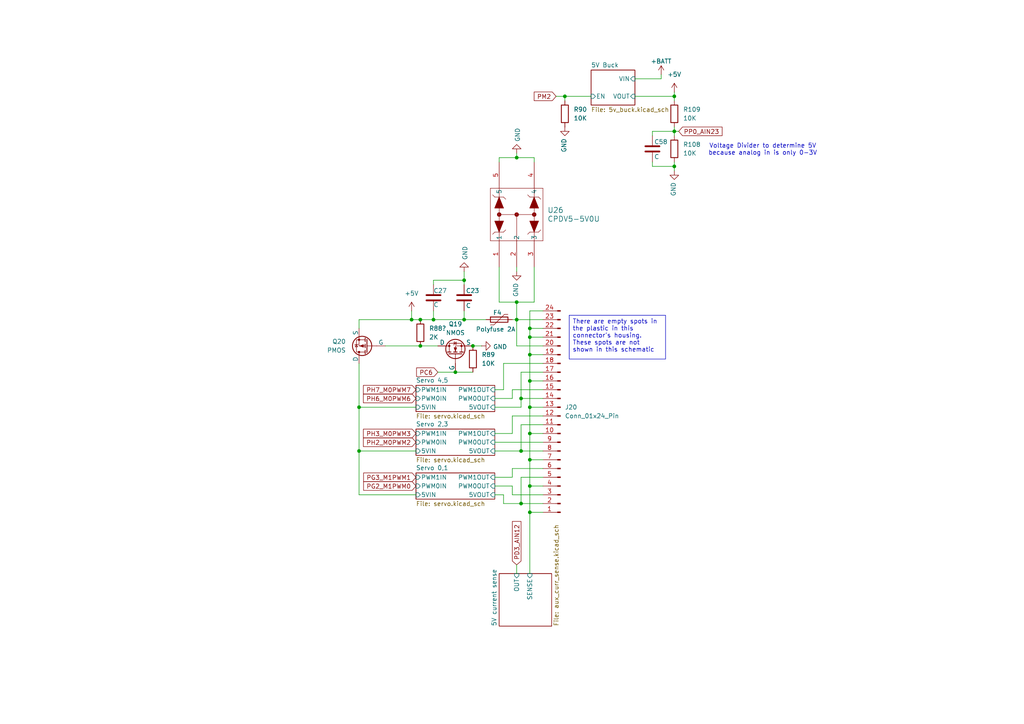
<source format=kicad_sch>
(kicad_sch (version 20250114) (generator "eeschema") (generator_version "9.0")
  (paper "A4")
  (lib_symbols
    (symbol "CPDV5:CPDV5-5V0U" (pin_names (offset 0.254))
      (property "Reference" "CR" (at 16.51 7.62 0))
      (property "Value" "CPDV5-5V0U" (at 20.32 5.08 0))
      (symbol "CPDV5-5V0U_0_1"
        (polyline (pts (xy 7.62 2.54) (xy 7.62 -12.7)) (stroke (width 0.127)))
        (polyline (pts (xy 7.62 0) (xy 22.86 0)) (stroke (width 0.127)))
        (polyline (pts (xy 7.62 -5.08) (xy 15.24 -5.08)) (stroke (width 0.127)))
        (polyline (pts (xy 7.62 -10.16) (xy 22.86 -10.16)) (stroke (width 0.127)))
        (polyline (pts (xy 7.62 -12.7) (xy 22.86 -12.7)) (stroke (width 0.127)))
        (polyline (pts (xy 10.16 1.27) (xy 9.525 1.905)) (stroke (width 0.127)))
        (polyline (pts (xy 10.16 1.27) (xy 10.16 -1.27)) (stroke (width 0.127)))
        (polyline (pts (xy 10.16 0) (xy 13.335 -1.27)) (stroke (width 0.127)))
        (polyline (pts (xy 10.16 0) (xy 13.335 1.27) (xy 13.335 -1.27)) (fill (type outline)))
        (polyline (pts (xy 10.16 -1.27) (xy 10.795 -1.905)) (stroke (width 0.127)))
        (polyline (pts (xy 10.16 -8.89) (xy 9.525 -8.255)) (stroke (width 0.127)))
        (polyline (pts (xy 10.16 -8.89) (xy 10.16 -11.43)) (stroke (width 0.127)))
        (polyline (pts (xy 10.16 -10.16) (xy 13.335 -11.43)) (stroke (width 0.127)))
        (polyline (pts (xy 10.16 -10.16) (xy 13.335 -8.89) (xy 13.335 -11.43)) (fill (type outline)))
        (polyline (pts (xy 10.16 -11.43) (xy 10.795 -12.065)) (stroke (width 0.127)))
        (polyline (pts (xy 13.335 1.27) (xy 10.16 0)) (stroke (width 0.127)))
        (polyline (pts (xy 13.335 1.27) (xy 13.335 -1.27)) (stroke (width 0.127)))
        (polyline (pts (xy 13.335 -8.89) (xy 10.16 -10.16)) (stroke (width 0.127)))
        (polyline (pts (xy 13.335 -8.89) (xy 13.335 -11.43)) (stroke (width 0.127)))
        (polyline (pts (xy 15.24 0) (xy 15.24 -10.16)) (stroke (width 0.127)))
        (circle (center 15.24 0) (radius 0.127) (stroke (width 0.508)))
        (circle (center 15.24 -5.08) (radius 0.127) (stroke (width 0.508)))
        (circle (center 15.24 -10.16) (radius 0.127) (stroke (width 0.508)))
        (polyline (pts (xy 17.145 1.27) (xy 17.145 -1.27)) (stroke (width 0.127)))
        (polyline (pts (xy 17.145 1.27) (xy 20.32 0)) (stroke (width 0.127)))
        (polyline (pts (xy 17.145 -8.89) (xy 17.145 -11.43)) (stroke (width 0.127)))
        (polyline (pts (xy 17.145 -8.89) (xy 20.32 -10.16)) (stroke (width 0.127)))
        (polyline (pts (xy 20.32 1.27) (xy 20.32 -1.27)) (stroke (width 0.127)))
        (polyline (pts (xy 20.32 1.27) (xy 20.955 1.905)) (stroke (width 0.127)))
        (polyline (pts (xy 20.32 0) (xy 17.145 -1.27)) (stroke (width 0.127)))
        (polyline (pts (xy 20.32 0) (xy 17.145 1.27) (xy 17.145 -1.27)) (fill (type outline)))
        (polyline (pts (xy 20.32 -1.27) (xy 19.685 -1.905)) (stroke (width 0.127)))
        (polyline (pts (xy 20.32 -8.89) (xy 20.32 -11.43)) (stroke (width 0.127)))
        (polyline (pts (xy 20.32 -8.89) (xy 20.955 -8.255)) (stroke (width 0.127)))
        (polyline (pts (xy 20.32 -10.16) (xy 17.145 -11.43)) (stroke (width 0.127)))
        (polyline (pts (xy 20.32 -10.16) (xy 17.145 -8.89) (xy 17.145 -11.43)) (fill (type outline)))
        (polyline (pts (xy 20.32 -11.43) (xy 19.685 -12.065)) (stroke (width 0.127)))
        (polyline (pts (xy 22.86 2.54) (xy 7.62 2.54)) (stroke (width 0.127)))
        (polyline (pts (xy 22.86 -12.7) (xy 22.86 2.54)) (stroke (width 0.127)))
        (pin unspecified line (at 0 0 0) (length 7.62) (name "1") (number "1"))
        (pin unspecified line (at 0 -5.08 0) (length 7.62) (name "2") (number "2"))
        (pin unspecified line (at 0 -10.16 0) (length 7.62) (name "3") (number "3"))
        (pin unspecified line (at 30.48 0 180) (length 7.62) (name "5") (number "5"))
        (pin unspecified line (at 30.48 -10.16 180) (length 7.62) (name "4") (number "4"))
      )
    )
    (symbol "Connector:Conn_01x24_Pin" (pin_names (offset 1.016) (hide yes))
      (property "Reference" "J" (at 0 30.48 0))
      (property "Value" "Conn_01x24_Pin" (at 0 -33.02 0))
      (symbol "Conn_01x24_Pin_1_1"
        (rectangle (start 0.8636 28.067) (end 0 27.813) (stroke (width 0.1524)) (fill (type outline)))
        (rectangle (start 0.8636 25.527) (end 0 25.273) (stroke (width 0.1524)) (fill (type outline)))
        (rectangle (start 0.8636 22.987) (end 0 22.733) (stroke (width 0.1524)) (fill (type outline)))
        (rectangle (start 0.8636 20.447) (end 0 20.193) (stroke (width 0.1524)) (fill (type outline)))
        (rectangle (start 0.8636 17.907) (end 0 17.653) (stroke (width 0.1524)) (fill (type outline)))
        (rectangle (start 0.8636 15.367) (end 0 15.113) (stroke (width 0.1524)) (fill (type outline)))
        (rectangle (start 0.8636 12.827) (end 0 12.573) (stroke (width 0.1524)) (fill (type outline)))
        (rectangle (start 0.8636 10.287) (end 0 10.033) (stroke (width 0.1524)) (fill (type outline)))
        (rectangle (start 0.8636 7.747) (end 0 7.493) (stroke (width 0.1524)) (fill (type outline)))
        (rectangle (start 0.8636 5.207) (end 0 4.953) (stroke (width 0.1524)) (fill (type outline)))
        (rectangle (start 0.8636 2.667) (end 0 2.413) (stroke (width 0.1524)) (fill (type outline)))
        (rectangle (start 0.8636 0.127) (end 0 -0.127) (stroke (width 0.1524)) (fill (type outline)))
        (rectangle (start 0.8636 -2.413) (end 0 -2.667) (stroke (width 0.1524)) (fill (type outline)))
        (rectangle (start 0.8636 -4.953) (end 0 -5.207) (stroke (width 0.1524)) (fill (type outline)))
        (rectangle (start 0.8636 -7.493) (end 0 -7.747) (stroke (width 0.1524)) (fill (type outline)))
        (rectangle (start 0.8636 -10.033) (end 0 -10.287) (stroke (width 0.1524)) (fill (type outline)))
        (rectangle (start 0.8636 -12.573) (end 0 -12.827) (stroke (width 0.1524)) (fill (type outline)))
        (rectangle (start 0.8636 -15.113) (end 0 -15.367) (stroke (width 0.1524)) (fill (type outline)))
        (rectangle (start 0.8636 -17.653) (end 0 -17.907) (stroke (width 0.1524)) (fill (type outline)))
        (rectangle (start 0.8636 -20.193) (end 0 -20.447) (stroke (width 0.1524)) (fill (type outline)))
        (rectangle (start 0.8636 -22.733) (end 0 -22.987) (stroke (width 0.1524)) (fill (type outline)))
        (rectangle (start 0.8636 -25.273) (end 0 -25.527) (stroke (width 0.1524)) (fill (type outline)))
        (rectangle (start 0.8636 -27.813) (end 0 -28.067) (stroke (width 0.1524)) (fill (type outline)))
        (rectangle (start 0.8636 -30.353) (end 0 -30.607) (stroke (width 0.1524)) (fill (type outline)))
        (polyline (pts (xy 1.27 27.94) (xy 0.8636 27.94)) (stroke (width 0.1524)))
        (polyline (pts (xy 1.27 25.4) (xy 0.8636 25.4)) (stroke (width 0.1524)))
        (polyline (pts (xy 1.27 22.86) (xy 0.8636 22.86)) (stroke (width 0.1524)))
        (polyline (pts (xy 1.27 20.32) (xy 0.8636 20.32)) (stroke (width 0.1524)))
        (polyline (pts (xy 1.27 17.78) (xy 0.8636 17.78)) (stroke (width 0.1524)))
        (polyline (pts (xy 1.27 15.24) (xy 0.8636 15.24)) (stroke (width 0.1524)))
        (polyline (pts (xy 1.27 12.7) (xy 0.8636 12.7)) (stroke (width 0.1524)))
        (polyline (pts (xy 1.27 10.16) (xy 0.8636 10.16)) (stroke (width 0.1524)))
        (polyline (pts (xy 1.27 7.62) (xy 0.8636 7.62)) (stroke (width 0.1524)))
        (polyline (pts (xy 1.27 5.08) (xy 0.8636 5.08)) (stroke (width 0.1524)))
        (polyline (pts (xy 1.27 2.54) (xy 0.8636 2.54)) (stroke (width 0.1524)))
        (polyline (pts (xy 1.27 0) (xy 0.8636 0)) (stroke (width 0.1524)))
        (polyline (pts (xy 1.27 -2.54) (xy 0.8636 -2.54)) (stroke (width 0.1524)))
        (polyline (pts (xy 1.27 -5.08) (xy 0.8636 -5.08)) (stroke (width 0.1524)))
        (polyline (pts (xy 1.27 -7.62) (xy 0.8636 -7.62)) (stroke (width 0.1524)))
        (polyline (pts (xy 1.27 -10.16) (xy 0.8636 -10.16)) (stroke (width 0.1524)))
        (polyline (pts (xy 1.27 -12.7) (xy 0.8636 -12.7)) (stroke (width 0.1524)))
        (polyline (pts (xy 1.27 -15.24) (xy 0.8636 -15.24)) (stroke (width 0.1524)))
        (polyline (pts (xy 1.27 -17.78) (xy 0.8636 -17.78)) (stroke (width 0.1524)))
        (polyline (pts (xy 1.27 -20.32) (xy 0.8636 -20.32)) (stroke (width 0.1524)))
        (polyline (pts (xy 1.27 -22.86) (xy 0.8636 -22.86)) (stroke (width 0.1524)))
        (polyline (pts (xy 1.27 -25.4) (xy 0.8636 -25.4)) (stroke (width 0.1524)))
        (polyline (pts (xy 1.27 -27.94) (xy 0.8636 -27.94)) (stroke (width 0.1524)))
        (polyline (pts (xy 1.27 -30.48) (xy 0.8636 -30.48)) (stroke (width 0.1524)))
        (pin passive line (at 5.08 27.94 180) (length 3.81) (name "Pin_1") (number "1"))
        (pin passive line (at 5.08 25.4 180) (length 3.81) (name "Pin_2") (number "2"))
        (pin passive line (at 5.08 22.86 180) (length 3.81) (name "Pin_3") (number "3"))
        (pin passive line (at 5.08 20.32 180) (length 3.81) (name "Pin_4") (number "4"))
        (pin passive line (at 5.08 17.78 180) (length 3.81) (name "Pin_5") (number "5"))
        (pin passive line (at 5.08 15.24 180) (length 3.81) (name "Pin_6") (number "6"))
        (pin passive line (at 5.08 12.7 180) (length 3.81) (name "Pin_7") (number "7"))
        (pin passive line (at 5.08 10.16 180) (length 3.81) (name "Pin_8") (number "8"))
        (pin passive line (at 5.08 7.62 180) (length 3.81) (name "Pin_9") (number "9"))
        (pin passive line (at 5.08 5.08 180) (length 3.81) (name "Pin_10") (number "10"))
        (pin passive line (at 5.08 2.54 180) (length 3.81) (name "Pin_11") (number "11"))
        (pin passive line (at 5.08 0 180) (length 3.81) (name "Pin_12") (number "12"))
        (pin passive line (at 5.08 -2.54 180) (length 3.81) (name "Pin_13") (number "13"))
        (pin passive line (at 5.08 -5.08 180) (length 3.81) (name "Pin_14") (number "14"))
        (pin passive line (at 5.08 -7.62 180) (length 3.81) (name "Pin_15") (number "15"))
        (pin passive line (at 5.08 -10.16 180) (length 3.81) (name "Pin_16") (number "16"))
        (pin passive line (at 5.08 -12.7 180) (length 3.81) (name "Pin_17") (number "17"))
        (pin passive line (at 5.08 -15.24 180) (length 3.81) (name "Pin_18") (number "18"))
        (pin passive line (at 5.08 -17.78 180) (length 3.81) (name "Pin_19") (number "19"))
        (pin passive line (at 5.08 -20.32 180) (length 3.81) (name "Pin_20") (number "20"))
        (pin passive line (at 5.08 -22.86 180) (length 3.81) (name "Pin_21") (number "21"))
        (pin passive line (at 5.08 -25.4 180) (length 3.81) (name "Pin_22") (number "22"))
        (pin passive line (at 5.08 -27.94 180) (length 3.81) (name "Pin_23") (number "23"))
        (pin passive line (at 5.08 -30.48 180) (length 3.81) (name "Pin_24") (number "24"))
      )
    )
    (symbol "Device:C" (pin_numbers (hide yes)) (pin_names (offset 0.254))
      (property "Reference" "C" (at 0.635 2.54 0))
      (property "Value" "C" (at 0.635 -2.54 0))
      (symbol "C_0_1"
        (polyline (pts (xy -2.032 0.762) (xy 2.032 0.762)) (stroke (width 0.508)))
        (polyline (pts (xy -2.032 -0.762) (xy 2.032 -0.762)) (stroke (width 0.508)))
      )
      (symbol "C_1_1"
        (pin passive line (at 0 3.81 270) (length 2.794) (name "~") (number "1"))
        (pin passive line (at 0 -3.81 90) (length 2.794) (name "~") (number "2"))
      )
    )
    (symbol "Device:Polyfuse" (pin_numbers (hide yes)) (pin_names (offset 0))
      (property "Reference" "F" (at -2.54 0 90))
      (property "Value" "Polyfuse" (at 2.54 0 90))
      (symbol "Polyfuse_0_1"
        (polyline (pts (xy -1.524 2.54) (xy -1.524 1.524) (xy 1.524 -1.524) (xy 1.524 -2.54)))
        (rectangle (start -0.762 2.54) (end 0.762 -2.54) (stroke (width 0.254)))
        (polyline (pts (xy 0 2.54) (xy 0 -2.54)))
      )
      (symbol "Polyfuse_1_1"
        (pin passive line (at 0 3.81 270) (length 1.27) (name "~") (number "1"))
        (pin passive line (at 0 -3.81 90) (length 1.27) (name "~") (number "2"))
      )
    )
    (symbol "Device:R" (pin_numbers (hide yes)) (pin_names (offset 0))
      (property "Reference" "R" (at 2.032 0 90))
      (property "Value" "R" (at 0 0 90))
      (symbol "R_0_1"
        (rectangle (start -1.016 -2.54) (end 1.016 2.54) (stroke (width 0.254)))
      )
      (symbol "R_1_1"
        (pin passive line (at 0 3.81 270) (length 1.27) (name "~") (number "1"))
        (pin passive line (at 0 -3.81 90) (length 1.27) (name "~") (number "2"))
      )
    )
    (symbol "Simulation_SPICE:NMOS" (pin_numbers (hide yes)) (pin_names (offset 0))
      (property "Reference" "Q" (at 5.08 1.27 0))
      (property "Value" "NMOS" (at 5.08 -1.27 0))
      (symbol "NMOS_0_1"
        (polyline (pts (xy 0.254 1.905) (xy 0.254 -1.905)) (stroke (width 0.254)))
        (polyline (pts (xy 0.254 0) (xy -2.54 0)))
        (polyline (pts (xy 0.762 2.286) (xy 0.762 1.27)) (stroke (width 0.254)))
        (polyline (pts (xy 0.762 0.508) (xy 0.762 -0.508)) (stroke (width 0.254)))
        (polyline (pts (xy 0.762 -1.27) (xy 0.762 -2.286)) (stroke (width 0.254)))
        (polyline (pts (xy 0.762 -1.778) (xy 3.302 -1.778) (xy 3.302 1.778) (xy 0.762 1.778)))
        (polyline (pts (xy 1.016 0) (xy 2.032 0.381) (xy 2.032 -0.381) (xy 1.016 0)) (fill (type outline)))
        (circle (center 1.651 0) (radius 2.794) (stroke (width 0.254)))
        (polyline (pts (xy 2.54 2.54) (xy 2.54 1.778)))
        (circle (center 2.54 1.778) (radius 0.254) (fill (type outline)))
        (circle (center 2.54 -1.778) (radius 0.254) (fill (type outline)))
        (polyline (pts (xy 2.54 -2.54) (xy 2.54 0) (xy 0.762 0)))
        (polyline (pts (xy 2.794 0.508) (xy 2.921 0.381) (xy 3.683 0.381) (xy 3.81 0.254)))
        (polyline (pts (xy 3.302 0.381) (xy 2.921 -0.254) (xy 3.683 -0.254) (xy 3.302 0.381)))
      )
      (symbol "NMOS_1_1"
        (pin input line (at -5.08 0 0) (length 2.54) (name "G") (number "2"))
        (pin passive line (at 2.54 5.08 270) (length 2.54) (name "D") (number "1"))
        (pin passive line (at 2.54 -5.08 90) (length 2.54) (name "S") (number "3"))
      )
    )
    (symbol "Simulation_SPICE:PMOS" (pin_numbers (hide yes)) (pin_names (offset 0))
      (property "Reference" "Q" (at 5.08 1.27 0))
      (property "Value" "PMOS" (at 5.08 -1.27 0))
      (symbol "PMOS_0_1"
        (polyline (pts (xy 0.254 1.905) (xy 0.254 -1.905)) (stroke (width 0.254)))
        (polyline (pts (xy 0.254 0) (xy -2.54 0)))
        (polyline (pts (xy 0.762 2.286) (xy 0.762 1.27)) (stroke (width 0.254)))
        (polyline (pts (xy 0.762 1.778) (xy 3.302 1.778) (xy 3.302 -1.778) (xy 0.762 -1.778)))
        (polyline (pts (xy 0.762 0.508) (xy 0.762 -0.508)) (stroke (width 0.254)))
        (polyline (pts (xy 0.762 -1.27) (xy 0.762 -2.286)) (stroke (width 0.254)))
        (circle (center 1.651 0) (radius 2.794) (stroke (width 0.254)))
        (polyline (pts (xy 2.286 0) (xy 1.27 0.381) (xy 1.27 -0.381) (xy 2.286 0)) (fill (type outline)))
        (polyline (pts (xy 2.54 2.54) (xy 2.54 1.778)))
        (circle (center 2.54 1.778) (radius 0.254) (fill (type outline)))
        (circle (center 2.54 -1.778) (radius 0.254) (fill (type outline)))
        (polyline (pts (xy 2.54 -2.54) (xy 2.54 0) (xy 0.762 0)))
        (polyline (pts (xy 2.794 -0.508) (xy 2.921 -0.381) (xy 3.683 -0.381) (xy 3.81 -0.254)))
        (polyline (pts (xy 3.302 -0.381) (xy 2.921 0.254) (xy 3.683 0.254) (xy 3.302 -0.381)))
      )
      (symbol "PMOS_1_1"
        (pin input line (at -5.08 0 0) (length 2.54) (name "G") (number "2"))
        (pin passive line (at 2.54 5.08 270) (length 2.54) (name "D") (number "1"))
        (pin passive line (at 2.54 -5.08 90) (length 2.54) (name "S") (number "3"))
      )
    )
    (symbol "power:+5V" (power) (pin_numbers (hide yes)) (pin_names (offset 0) (hide yes))
      (property "Value" "+5V" (at 0 3.556 0))
      (symbol "+5V_0_1"
        (polyline (pts (xy -0.762 1.27) (xy 0 2.54)))
        (polyline (pts (xy 0 2.54) (xy 0.762 1.27)))
        (polyline (pts (xy 0 0) (xy 0 2.54)))
      )
      (symbol "+5V_1_1"
        (pin power_in line (at 0 0 90) (length 0) (name "~") (number "1"))
      )
    )
    (symbol "power:+BATT" (power) (pin_numbers (hide yes)) (pin_names (offset 0) (hide yes))
      (property "Value" "+BATT" (at 0 3.556 0))
      (symbol "+BATT_0_1"
        (polyline (pts (xy -0.762 1.27) (xy 0 2.54)))
        (polyline (pts (xy 0 2.54) (xy 0.762 1.27)))
        (polyline (pts (xy 0 0) (xy 0 2.54)))
      )
      (symbol "+BATT_1_1"
        (pin power_in line (at 0 0 90) (length 0) (name "~") (number "1"))
      )
    )
    (symbol "power:GND" (power) (pin_numbers (hide yes)) (pin_names (offset 0) (hide yes))
      (property "Value" "GND" (at 0 -3.81 0))
      (symbol "GND_0_1"
        (polyline (pts (xy 0 0) (xy 0 -1.27) (xy 1.27 -1.27) (xy 0 -2.54) (xy -1.27 -1.27) (xy 0 -1.27)))
      )
      (symbol "GND_1_1"
        (pin power_in line (at 0 0 270) (length 0) (name "~") (number "1"))
      )
    )
  )
  (text "Voltage Divider to determine 5V\nbecause analog in is only 0-3V" (at 221.234 43.434 0) (effects (font (size 1.27 1.27))))
  (text_box "There are empty spots in the plastic in this connector's housing. These spots are not shown in this schematic" (at 165.1 91.44 0) (size 27.94 12.7) (margins 0.9525 0.9525 0.9525 0.9525) (effects (font (size 1.27 1.27)) (justify left top)))
  (junction (at 153.67 102.87))
  (junction (at 132.08 107.95))
  (junction (at 153.67 110.49))
  (junction (at 134.62 92.71))
  (junction (at 153.67 140.97))
  (junction (at 151.13 115.57))
  (junction (at 195.58 27.94))
  (junction (at 153.67 148.59))
  (junction (at 149.86 87.63))
  (junction (at 121.92 92.71))
  (junction (at 153.67 125.73))
  (junction (at 153.67 133.35))
  (junction (at 104.14 130.81))
  (junction (at 104.14 118.11))
  (junction (at 153.67 95.25))
  (junction (at 151.13 130.81))
  (junction (at 195.58 48.26))
  (junction (at 153.67 97.79))
  (junction (at 121.92 100.33))
  (junction (at 125.73 92.71))
  (junction (at 134.62 81.28))
  (junction (at 153.67 118.11))
  (junction (at 151.13 146.05))
  (junction (at 149.86 45.72))
  (junction (at 195.58 38.1))
  (junction (at 119.38 92.71))
  (junction (at 149.86 92.71))
  (junction (at 137.16 100.33))
  (junction (at 163.83 27.94))
  (wire (pts (xy 157.48 146.05) (xy 151.13 146.05)))
  (wire (pts (xy 148.59 115.57) (xy 143.51 115.57)))
  (wire (pts (xy 157.48 120.65) (xy 148.59 120.65)))
  (wire (pts (xy 153.67 95.25) (xy 153.67 97.79)))
  (wire (pts (xy 189.23 38.1) (xy 195.58 38.1)))
  (wire (pts (xy 146.05 113.03) (xy 143.51 113.03)))
  (wire (pts (xy 148.59 120.65) (xy 148.59 125.73)))
  (wire (pts (xy 104.14 92.71) (xy 104.14 95.25)))
  (wire (pts (xy 157.48 100.33) (xy 149.86 100.33)))
  (wire (pts (xy 157.48 90.17) (xy 153.67 90.17)))
  (wire (pts (xy 171.45 27.94) (xy 163.83 27.94)))
  (wire (pts (xy 149.86 92.71) (xy 157.48 92.71)))
  (wire (pts (xy 196.85 38.1) (xy 195.58 38.1)))
  (wire (pts (xy 189.23 48.26) (xy 189.23 46.99)))
  (wire (pts (xy 149.86 44.45) (xy 149.86 45.72)))
  (wire (pts (xy 151.13 138.43) (xy 151.13 146.05)))
  (wire (pts (xy 153.67 133.35) (xy 153.67 140.97)))
  (wire (pts (xy 149.86 163.83) (xy 149.86 166.37)))
  (wire (pts (xy 153.67 125.73) (xy 157.48 125.73)))
  (wire (pts (xy 163.83 27.94) (xy 163.83 29.21)))
  (wire (pts (xy 153.67 97.79) (xy 153.67 102.87)))
  (wire (pts (xy 143.51 118.11) (xy 151.13 118.11)))
  (wire (pts (xy 143.51 140.97) (xy 148.59 140.97)))
  (wire (pts (xy 137.16 107.95) (xy 132.08 107.95)))
  (wire (pts (xy 144.78 45.72) (xy 149.86 45.72)))
  (wire (pts (xy 144.78 77.47) (xy 144.78 87.63)))
  (wire (pts (xy 119.38 92.71) (xy 104.14 92.71)))
  (wire (pts (xy 125.73 92.71) (xy 134.62 92.71)))
  (wire (pts (xy 151.13 107.95) (xy 157.48 107.95)))
  (wire (pts (xy 191.77 22.86) (xy 184.15 22.86)))
  (wire (pts (xy 137.16 100.33) (xy 139.7 100.33)))
  (wire (pts (xy 148.59 92.71) (xy 149.86 92.71)))
  (wire (pts (xy 153.67 90.17) (xy 153.67 95.25)))
  (wire (pts (xy 121.92 100.33) (xy 127 100.33)))
  (wire (pts (xy 148.59 135.89) (xy 148.59 138.43)))
  (wire (pts (xy 191.77 21.59) (xy 191.77 22.86)))
  (wire (pts (xy 153.67 110.49) (xy 157.48 110.49)))
  (wire (pts (xy 134.62 81.28) (xy 134.62 82.55)))
  (wire (pts (xy 146.05 143.51) (xy 146.05 146.05)))
  (wire (pts (xy 143.51 128.27) (xy 157.48 128.27)))
  (wire (pts (xy 146.05 105.41) (xy 157.48 105.41)))
  (wire (pts (xy 154.94 87.63) (xy 149.86 87.63)))
  (wire (pts (xy 151.13 107.95) (xy 151.13 115.57)))
  (wire (pts (xy 195.58 27.94) (xy 195.58 29.21)))
  (wire (pts (xy 104.14 118.11) (xy 104.14 130.81)))
  (wire (pts (xy 153.67 133.35) (xy 157.48 133.35)))
  (wire (pts (xy 125.73 81.28) (xy 125.73 82.55)))
  (wire (pts (xy 153.67 110.49) (xy 153.67 118.11)))
  (wire (pts (xy 151.13 138.43) (xy 157.48 138.43)))
  (wire (pts (xy 153.67 125.73) (xy 153.67 133.35)))
  (wire (pts (xy 154.94 45.72) (xy 154.94 46.99)))
  (wire (pts (xy 104.14 130.81) (xy 104.14 143.51)))
  (wire (pts (xy 153.67 148.59) (xy 157.48 148.59)))
  (wire (pts (xy 125.73 90.17) (xy 125.73 92.71)))
  (wire (pts (xy 140.97 92.71) (xy 134.62 92.71)))
  (wire (pts (xy 121.92 92.71) (xy 125.73 92.71)))
  (wire (pts (xy 153.67 102.87) (xy 157.48 102.87)))
  (wire (pts (xy 144.78 87.63) (xy 149.86 87.63)))
  (wire (pts (xy 104.14 130.81) (xy 120.65 130.81)))
  (wire (pts (xy 149.86 77.47) (xy 149.86 78.74)))
  (wire (pts (xy 144.78 45.72) (xy 144.78 46.99)))
  (wire (pts (xy 119.38 92.71) (xy 121.92 92.71)))
  (wire (pts (xy 148.59 138.43) (xy 143.51 138.43)))
  (wire (pts (xy 149.86 45.72) (xy 154.94 45.72)))
  (wire (pts (xy 148.59 113.03) (xy 148.59 115.57)))
  (wire (pts (xy 153.67 118.11) (xy 157.48 118.11)))
  (wire (pts (xy 153.67 140.97) (xy 153.67 148.59)))
  (wire (pts (xy 148.59 125.73) (xy 143.51 125.73)))
  (wire (pts (xy 189.23 38.1) (xy 189.23 39.37)))
  (wire (pts (xy 184.15 27.94) (xy 195.58 27.94)))
  (wire (pts (xy 153.67 118.11) (xy 153.67 125.73)))
  (wire (pts (xy 134.62 90.17) (xy 134.62 92.71)))
  (wire (pts (xy 104.14 105.41) (xy 104.14 118.11)))
  (wire (pts (xy 148.59 113.03) (xy 157.48 113.03)))
  (wire (pts (xy 119.38 90.17) (xy 119.38 92.71)))
  (wire (pts (xy 153.67 140.97) (xy 157.48 140.97)))
  (wire (pts (xy 153.67 148.59) (xy 153.67 166.37)))
  (wire (pts (xy 151.13 115.57) (xy 151.13 118.11)))
  (wire (pts (xy 104.14 143.51) (xy 120.65 143.51)))
  (wire (pts (xy 143.51 143.51) (xy 146.05 143.51)))
  (wire (pts (xy 195.58 36.83) (xy 195.58 38.1)))
  (wire (pts (xy 148.59 140.97) (xy 148.59 143.51)))
  (wire (pts (xy 146.05 105.41) (xy 146.05 113.03)))
  (wire (pts (xy 146.05 146.05) (xy 151.13 146.05)))
  (wire (pts (xy 151.13 130.81) (xy 157.48 130.81)))
  (wire (pts (xy 189.23 48.26) (xy 195.58 48.26)))
  (wire (pts (xy 111.76 100.33) (xy 121.92 100.33)))
  (wire (pts (xy 127 107.95) (xy 132.08 107.95)))
  (wire (pts (xy 157.48 135.89) (xy 148.59 135.89)))
  (wire (pts (xy 148.59 143.51) (xy 157.48 143.51)))
  (wire (pts (xy 195.58 38.1) (xy 195.58 39.37)))
  (wire (pts (xy 195.58 48.26) (xy 195.58 49.53)))
  (wire (pts (xy 151.13 123.19) (xy 157.48 123.19)))
  (wire (pts (xy 104.14 118.11) (xy 120.65 118.11)))
  (wire (pts (xy 125.73 81.28) (xy 134.62 81.28)))
  (wire (pts (xy 195.58 46.99) (xy 195.58 48.26)))
  (wire (pts (xy 153.67 102.87) (xy 153.67 110.49)))
  (wire (pts (xy 143.51 130.81) (xy 151.13 130.81)))
  (wire (pts (xy 149.86 100.33) (xy 149.86 92.71)))
  (wire (pts (xy 151.13 123.19) (xy 151.13 130.81)))
  (wire (pts (xy 154.94 77.47) (xy 154.94 87.63)))
  (wire (pts (xy 149.86 87.63) (xy 149.86 92.71)))
  (wire (pts (xy 153.67 95.25) (xy 157.48 95.25)))
  (wire (pts (xy 134.62 78.74) (xy 134.62 81.28)))
  (wire (pts (xy 195.58 26.67) (xy 195.58 27.94)))
  (wire (pts (xy 153.67 97.79) (xy 157.48 97.79)))
  (wire (pts (xy 151.13 115.57) (xy 157.48 115.57)))
  (wire (pts (xy 161.29 27.94) (xy 163.83 27.94)))
  (global_label "PC6" (shape input) (at 127 107.95 180) (property "Intersheetrefs" "${INTERSHEET_REFS}" (effects (hide yes))))
  (global_label "PP0_AIN23" (shape input) (at 196.85 38.1 0) (property "Intersheetrefs" "${INTERSHEET_REFS}" (effects (hide yes))))
  (global_label "PH2_M0PWM2" (shape input) (at 120.65 128.27 180) (property "Intersheetrefs" "${INTERSHEET_REFS}" (effects (hide yes))))
  (global_label "PH3_M0PWM3" (shape input) (at 120.65 125.73 180) (property "Intersheetrefs" "${INTERSHEET_REFS}" (effects (hide yes))))
  (global_label "PG2_M1PWM0" (shape input) (at 120.65 140.97 180) (property "Intersheetrefs" "${INTERSHEET_REFS}" (effects (hide yes))))
  (global_label "PD3_AIN12" (shape input) (at 149.86 163.83 90) (property "Intersheetrefs" "${INTERSHEET_REFS}" (effects (hide yes))))
  (global_label "PM2" (shape input) (at 161.29 27.94 180) (property "Intersheetrefs" "${INTERSHEET_REFS}" (effects (hide yes))))
  (global_label "PG3_M1PWM1" (shape input) (at 120.65 138.43 180) (property "Intersheetrefs" "${INTERSHEET_REFS}" (effects (hide yes))))
  (global_label "PH7_M0PWM7" (shape input) (at 120.65 113.03 180) (property "Intersheetrefs" "${INTERSHEET_REFS}" (effects (hide yes))))
  (global_label "PH6_M0PWM6" (shape input) (at 120.65 115.57 180) (property "Intersheetrefs" "${INTERSHEET_REFS}" (effects (hide yes))))
  (symbol (lib_id "power:GND") (at 163.83 36.83 0) (unit 1)
    (property "Reference" "#PWR0102" (effects (hide yes)))
    (property "Value" "GND" (at 163.576 40.132 90) (effects (justify right)))
    (property "Description" "Power symbol creates a global label with name \"GND\" , ground" (effects (hide yes)))
  )
  (symbol (lib_id "power:+BATT") (at 191.77 21.59 0) (unit 1)
    (property "Reference" "#PWR0103" (effects (hide yes)))
    (property "Value" "+BATT" (at 191.77 17.78 0))
    (property "Description" "Power symbol creates a global label with name \"+BATT\"" (effects (hide yes)))
  )
  (symbol (lib_id "Device:R") (at 121.92 96.52 0) (unit 1)
    (property "Reference" "R88?" (at 124.46 95.2499 0) (effects (justify left)))
    (property "Value" "2K" (at 124.46 97.7899 0) (effects (justify left)))
    (property "Description" "Resistor" (effects (hide yes)))
  )
  (symbol (lib_id "power:GND") (at 139.7 100.33 90) (unit 1)
    (property "Reference" "#PWR087" (effects (hide yes)))
    (property "Value" "GND" (at 143.002 100.584 90) (effects (justify right)))
    (property "Description" "Power symbol creates a global label with name \"GND\" , ground" (effects (hide yes)))
  )
  (symbol (lib_id "Device:R") (at 195.58 33.02 0) (unit 1)
    (property "Reference" "R109" (at 198.12 31.7499 0) (effects (justify left)))
    (property "Value" "10K" (at 198.12 34.2899 0) (effects (justify left)))
    (property "Description" "Resistor" (effects (hide yes)))
  )
  (symbol (lib_id "Connector:Conn_01x24_Pin") (at 162.56 120.65 180) (unit 1)
    (property "Reference" "J20" (at 163.83 118.1099 0) (effects (justify right)))
    (property "Value" "Conn_01x24_Pin" (at 163.83 120.6499 0) (effects (justify right)))
    (property "Description" "Generic connector, single row, 01x24, script generated" (effects (hide yes)))
  )
  (symbol (lib_id "power:GND") (at 195.58 49.53 0) (unit 1)
    (property "Reference" "#PWR0105" (effects (hide yes)))
    (property "Value" "GND" (at 195.326 52.832 90) (effects (justify right)))
    (property "Description" "Power symbol creates a global label with name \"GND\" , ground" (effects (hide yes)))
  )
  (symbol (lib_id "Device:C") (at 189.23 43.18 0) (unit 1)
    (property "Reference" "C58" (at 189.738 41.148 0) (effects (justify left)))
    (property "Value" "C" (at 189.738 45.466 0) (effects (justify left)))
    (property "Description" "Unpolarized capacitor" (effects (hide yes)))
  )
  (symbol (lib_id "power:+5V") (at 195.58 26.67 0) (unit 1)
    (property "Reference" "#PWR0104" (effects (hide yes)))
    (property "Value" "+5V" (at 195.58 21.59 0))
    (property "Description" "Power symbol creates a global label with name \"+5V\"" (effects (hide yes)))
  )
  (symbol (lib_id "power:GND") (at 149.86 78.74 0) (unit 1)
    (property "Reference" "#PWR0101" (effects (hide yes)))
    (property "Value" "GND" (at 149.606 82.042 90) (effects (justify right)))
    (property "Description" "Power symbol creates a global label with name \"GND\" , ground" (effects (hide yes)))
  )
  (symbol (lib_id "power:+5V") (at 119.38 90.17 0) (unit 1)
    (property "Reference" "#PWR085" (effects (hide yes)))
    (property "Value" "+5V" (at 119.38 85.09 0))
    (property "Description" "Power symbol creates a global label with name \"+5V\"" (effects (hide yes)))
  )
  (symbol (lib_id "Device:R") (at 137.16 104.14 180) (unit 1)
    (property "Reference" "R89" (at 139.7 102.8699 0) (effects (justify right)))
    (property "Value" "10K" (at 139.7 105.4099 0) (effects (justify right)))
    (property "Description" "Resistor" (effects (hide yes)))
  )
  (symbol (lib_id "CPDV5:CPDV5-5V0U") (at 144.78 77.47 90) (unit 1)
    (property "Reference" "U26" (at 158.75 60.9599 90) (effects (font (size 1.524 1.524)) (justify right)))
    (property "Value" "CPDV5-5V0U" (at 158.75 63.4999 90) (effects (font (size 1.524 1.524)) (justify right)))
    (property "Footprint" "SOT353_CPDV5_CIP" (effects (hide yes)))
    (property "Datasheet" "CPDV5-5V0U" (effects (hide yes)))
  )
  (symbol (lib_id "Device:C") (at 134.62 86.36 0) (unit 1)
    (property "Reference" "C23" (at 135.128 84.328 0) (effects (justify left)))
    (property "Value" "C" (at 135.128 88.646 0) (effects (justify left)))
    (property "Description" "Unpolarized capacitor" (effects (hide yes)))
  )
  (symbol (lib_id "Device:C") (at 125.73 86.36 180) (unit 1)
    (property "Reference" "C27" (at 125.73 84.328 0) (effects (justify right)))
    (property "Value" "C" (at 125.73 88.392 0) (effects (justify right)))
    (property "Description" "Unpolarized capacitor" (effects (hide yes)))
  )
  (symbol (lib_id "Device:R") (at 163.83 33.02 180) (unit 1)
    (property "Reference" "R90" (at 166.37 31.7499 0) (effects (justify right)))
    (property "Value" "10K" (at 166.37 34.2899 0) (effects (justify right)))
    (property "Description" "Resistor" (effects (hide yes)))
  )
  (symbol (lib_id "Simulation_SPICE:NMOS") (at 132.08 102.87 90) (unit 1)
    (property "Reference" "Q19" (at 132.08 93.98 90))
    (property "Value" "NMOS" (at 132.08 96.52 90))
    (property "Datasheet" "https://ngspice.sourceforge.io/docs/ngspice-html-manual/manual.xhtml#cha_MOSFETs" (effects (hide yes)))
    (property "Description" "N-MOSFET transistor, drain/source/gate" (effects (hide yes)))
    (property "Sim.Device" "NMOS" (effects (hide yes)))
    (property "Sim.Type" "VDMOS" (effects (hide yes)))
    (property "Sim.Pins" "1=D 2=G 3=S" (effects (hide yes)))
  )
  (symbol (lib_id "power:GND") (at 149.86 44.45 180) (unit 1)
    (property "Reference" "#PWR0100" (effects (hide yes)))
    (property "Value" "GND" (at 150.114 41.148 90) (effects (justify right)))
    (property "Description" "Power symbol creates a global label with name \"GND\" , ground" (effects (hide yes)))
  )
  (symbol (lib_id "Device:Polyfuse") (at 144.78 92.71 90) (unit 1)
    (property "Reference" "F4" (at 144.272 90.678 90))
    (property "Value" "Polyfuse 2A" (at 143.764 95.504 90))
    (property "Description" "Resettable fuse, polymeric positive temperature coefficient" (effects (hide yes)))
  )
  (symbol (lib_id "Device:R") (at 195.58 43.18 0) (unit 1)
    (property "Reference" "R108" (at 198.12 41.9099 0) (effects (justify left)))
    (property "Value" "10K" (at 198.12 44.4499 0) (effects (justify left)))
    (property "Description" "Resistor" (effects (hide yes)))
  )
  (symbol (lib_id "Simulation_SPICE:PMOS") (at 106.68 100.33 180) (unit 1)
    (property "Reference" "Q20" (at 100.33 99.0599 0) (effects (justify left)))
    (property "Value" "PMOS" (at 100.33 101.5999 0) (effects (justify left)))
    (property "Datasheet" "https://ngspice.sourceforge.io/docs/ngspice-html-manual/manual.xhtml#cha_MOSFETs" (effects (hide yes)))
    (property "Description" "P-MOSFET transistor, drain/source/gate" (effects (hide yes)))
    (property "Sim.Device" "PMOS" (effects (hide yes)))
    (property "Sim.Type" "VDMOS" (effects (hide yes)))
    (property "Sim.Pins" "1=D 2=G 3=S" (effects (hide yes)))
  )
  (symbol (lib_id "power:GND") (at 134.62 78.74 180) (unit 1)
    (property "Reference" "#PWR086" (effects (hide yes)))
    (property "Value" "GND" (at 134.874 75.438 90) (effects (justify right)))
    (property "Description" "Power symbol creates a global label with name \"GND\" , ground" (effects (hide yes)))
  )
  (sheet (at 120.65 137.16) (size 22.86 7.62) (stroke (width 0.1524))
    (property "Sheetname" "Servo 0,1" (at 120.65 136.4484 0) (effects (justify left bottom)))
    (property "Sheetfile" "servo.kicad_sch" (at 120.65 145.3646 0) (effects (justify left top)))
    (pin "5VIN" input (at 120.65 143.51 180))
    (pin "5VOUT" input (at 143.51 143.51 0))
    (pin "PWM0OUT" input (at 143.51 140.97 0))
    (pin "PWM1OUT" input (at 143.51 138.43 0))
    (pin "PWM0IN" input (at 120.65 140.97 180))
    (pin "PWM1IN" input (at 120.65 138.43 180))
  )
  (sheet (at 120.65 124.46) (size 22.86 7.62) (stroke (width 0.1524))
    (property "Sheetname" "Servo 2,3" (at 120.65 123.7484 0) (effects (justify left bottom)))
    (property "Sheetfile" "servo.kicad_sch" (at 120.65 132.6646 0) (effects (justify left top)))
    (pin "5VIN" input (at 120.65 130.81 180))
    (pin "5VOUT" input (at 143.51 130.81 0))
    (pin "PWM0OUT" input (at 143.51 128.27 0))
    (pin "PWM1OUT" input (at 143.51 125.73 0))
    (pin "PWM0IN" input (at 120.65 128.27 180))
    (pin "PWM1IN" input (at 120.65 125.73 180))
  )
  (sheet (at 120.65 111.76) (size 22.86 7.62) (stroke (width 0.1524))
    (property "Sheetname" "Servo 4,5" (at 120.65 111.0484 0) (effects (justify left bottom)))
    (property "Sheetfile" "servo.kicad_sch" (at 120.65 119.9646 0) (effects (justify left top)))
    (pin "5VIN" input (at 120.65 118.11 180))
    (pin "5VOUT" input (at 143.51 118.11 0))
    (pin "PWM0OUT" input (at 143.51 115.57 0))
    (pin "PWM1OUT" input (at 143.51 113.03 0))
    (pin "PWM0IN" input (at 120.65 115.57 180))
    (pin "PWM1IN" input (at 120.65 113.03 180))
  )
  (sheet (at 144.78 166.37) (size 15.24 15.24) (stroke (width 0.1524))
    (property "Sheetname" "5V current sense" (at 144.0684 181.61 90) (effects (justify left bottom)))
    (property "Sheetfile" "aux_curr_sense.kicad_sch" (at 160.6046 181.61 90) (effects (justify left top)))
    (pin "SENSE" input (at 153.67 166.37 90))
    (pin "OUT" input (at 149.86 166.37 90))
  )
  (sheet (at 171.45 20.32) (size 12.7 10.16) (stroke (width 0.1524))
    (property "Sheetname" "5V Buck" (at 171.45 19.6084 0) (effects (justify left bottom)))
    (property "Sheetfile" "5v_buck.kicad_sch" (at 171.45 31.0646 0) (effects (justify left top)))
    (pin "EN" input (at 171.45 27.94 180))
    (pin "VIN" input (at 184.15 22.86 0))
    (pin "VOUT" input (at 184.15 27.94 0))
  )
)
</source>
